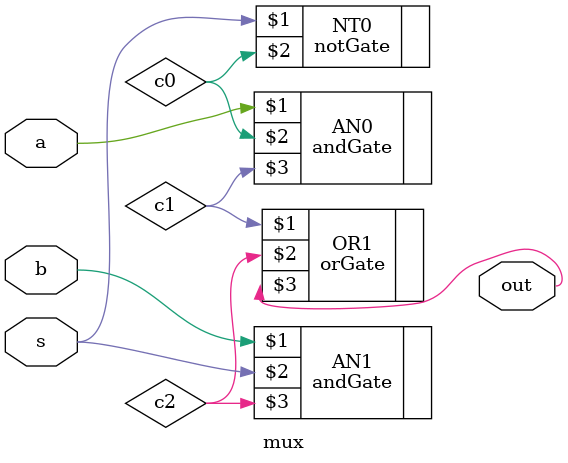
<source format=v>
`timescale 1ns / 1ps
module mux(
    input a,
    input b,
    input s,
    output out
    );
	 
	 wire c0, c1, c2;
	 
	 notGate NT0 (s, c0);
	 
	 andGate AN0 (a, c0, c1);
	 andGate AN1 (b, s, c2);
	 
	 orGate OR1 (c1, c2, out);
	 

endmodule

</source>
